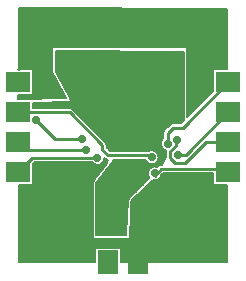
<source format=gbl>
G04 DipTrace 2.4.0.2*
%INSocialLight.gbl*%
%MOIN*%
%ADD13C,0.01*%
%ADD14C,0.006*%
%ADD27R,0.08X0.0669*%
%ADD28R,0.0669X0.08*%
%ADD33C,0.028*%
%ADD34C,0.028*%
%FSLAX44Y44*%
G04*
G70*
G90*
G75*
G01*
%LNBottom*%
%LPD*%
X8493Y6900D2*
D13*
Y6826D1*
X8717Y7050D1*
X10824D1*
X10937Y6937D1*
X7375Y6131D2*
Y6432D1*
X7957Y7013D1*
X7138Y8001D2*
Y8302D1*
X7139Y8303D1*
X7375Y6131D2*
X7176D1*
X6742Y5697D1*
Y5184D1*
X6762Y5163D1*
X6586Y7415D2*
X4415D1*
X3937Y6937D1*
X9251Y8009D2*
X9213D1*
Y7819D1*
X9025Y7631D1*
Y7413D1*
X9179Y7259D1*
X9519D1*
X10197Y7937D1*
X10937D1*
X9282Y7530D2*
X9530D1*
X10937Y8937D1*
X8926Y7896D2*
Y8243D1*
X9109Y8426D1*
X9426D1*
X10937Y9937D1*
X6225Y7670D2*
X4204D1*
X3937Y7937D1*
X4425Y6032D2*
X5598D1*
X6622Y7056D1*
X7839Y5828D2*
Y4519D1*
X6402D1*
Y6836D1*
X6622Y7056D1*
X10150Y4616D2*
Y5554D1*
Y6604D1*
X10331Y6785D1*
X10216Y9687D2*
Y10610D1*
X9663Y11162D1*
X9168Y11658D1*
X7432D1*
X5632D1*
X4331D1*
X4324Y11665D1*
Y10632D1*
X4871Y10084D1*
X5107Y9848D1*
X5632Y11673D2*
Y11658D1*
X7432Y11673D2*
Y11658D1*
X9662Y11161D2*
X9663Y11162D1*
X10148Y5554D2*
X10150D1*
X4425Y6032D2*
Y5402D1*
X4361Y5339D1*
Y4565D1*
X4291Y4495D1*
X10150Y4616D2*
X9684D1*
X9347Y4278D1*
X8880D1*
X8852Y4306D1*
X8112D1*
X7853Y4565D1*
X6070Y8046D2*
X5185D1*
X4558Y8674D1*
X3937Y8937D2*
X5666D1*
X6750Y7853D1*
Y7694D1*
X6941Y7503D1*
X8334D1*
X8399Y7438D1*
D34*
X6225Y7670D3*
X6586Y7415D3*
X7957Y7013D3*
X8493Y6900D3*
X8399Y7438D3*
X9282Y7530D3*
X8926Y7896D3*
X9251Y8009D3*
X6070Y8046D3*
X4558Y8674D3*
X6622Y7056D3*
X4425Y6032D3*
X7839Y5828D3*
X7375Y6131D3*
X5107Y9848D3*
X10216Y9687D3*
X10331Y6785D3*
X10150Y4616D3*
X4324Y11665D3*
X9168Y11658D3*
X4361Y5339D3*
X4291Y4495D3*
X4681Y9704D3*
X5632Y11673D3*
X7432D3*
X9662Y11161D3*
X10148Y5554D3*
X9347Y4278D3*
X8852Y4306D3*
X7853Y4565D3*
X6742Y5697D3*
X6762Y5163D3*
X4876Y10090D3*
X5128Y9543D3*
X4185Y5712D3*
X4197Y4934D3*
X10304Y4258D3*
X9827Y4235D3*
X10711Y4242D3*
X3973Y12361D2*
D14*
X10893D1*
X3972Y12303D2*
X10893D1*
X3972Y12244D2*
X10893D1*
X3972Y12186D2*
X10893D1*
X3971Y12127D2*
X10893D1*
X3971Y12068D2*
X10894D1*
X3971Y12010D2*
X10894D1*
X3971Y11951D2*
X10894D1*
X3970Y11893D2*
X10895D1*
X3970Y11834D2*
X10895D1*
X3970Y11776D2*
X10895D1*
X3970Y11717D2*
X10896D1*
X3969Y11659D2*
X10896D1*
X3969Y11600D2*
X10896D1*
X3969Y11542D2*
X10897D1*
X3969Y11483D2*
X10897D1*
X3968Y11425D2*
X10897D1*
X3968Y11366D2*
X10898D1*
X3968Y11308D2*
X10898D1*
X3968Y11249D2*
X10898D1*
X3967Y11190D2*
X10899D1*
X3967Y11132D2*
X10899D1*
X3967Y11073D2*
X5060D1*
X9592D2*
X10899D1*
X3967Y11015D2*
X5060D1*
X9592D2*
X10900D1*
X3967Y10956D2*
X5060D1*
X9592D2*
X10900D1*
X3967Y10898D2*
X5059D1*
X9592D2*
X10900D1*
X3967Y10839D2*
X5059D1*
X9592D2*
X10901D1*
X3967Y10781D2*
X5058D1*
X9592D2*
X10901D1*
X3966Y10722D2*
X5058D1*
X9593D2*
X10901D1*
X3966Y10664D2*
X5058D1*
X9593D2*
X10902D1*
X3966Y10605D2*
X5057D1*
X9593D2*
X10902D1*
X3966Y10547D2*
X5057D1*
X9593D2*
X10902D1*
X3965Y10488D2*
X5057D1*
X9593D2*
X10902D1*
X3965Y10430D2*
X5056D1*
X9593D2*
X10903D1*
X3965Y10371D2*
X5056D1*
X9593D2*
X10903D1*
X4435Y10313D2*
X5055D1*
X9593D2*
X10439D1*
X4435Y10254D2*
X5078D1*
X9593D2*
X10439D1*
X4435Y10195D2*
X5110D1*
X9593D2*
X10439D1*
X4435Y10137D2*
X5141D1*
X9593D2*
X10439D1*
X4435Y10078D2*
X5173D1*
X9594D2*
X10439D1*
X4435Y10020D2*
X5204D1*
X9594D2*
X10439D1*
X4435Y9961D2*
X5236D1*
X9594D2*
X10439D1*
X4435Y9903D2*
X5266D1*
X9594D2*
X10439D1*
X4435Y9844D2*
X5298D1*
X9594D2*
X10439D1*
X4435Y9786D2*
X5330D1*
X9594D2*
X10439D1*
X4435Y9727D2*
X5361D1*
X9594D2*
X10439D1*
X4435Y9669D2*
X5393D1*
X9594D2*
X10439D1*
X4435Y9610D2*
X5424D1*
X9594D2*
X10404D1*
X4435Y9552D2*
X5455D1*
X9594D2*
X10345D1*
X3961Y9493D2*
X5486D1*
X9594D2*
X10286D1*
X3961Y9435D2*
X5518D1*
X9595D2*
X10228D1*
X9595Y9376D2*
X10169D1*
X9595Y9318D2*
X10111D1*
X9595Y9259D2*
X10052D1*
X9595Y9200D2*
X9993D1*
X9595Y9142D2*
X9935D1*
X9595Y9083D2*
X9876D1*
X9595Y9025D2*
X9818D1*
X9595Y8966D2*
X9759D1*
X9595Y8908D2*
X9700D1*
X9595Y8849D2*
X9642D1*
X3958Y10364D2*
X4429D1*
Y9510D1*
X3955D1*
Y9397D1*
X5527Y9427D1*
X5065Y10292D1*
X5061Y10305D1*
X5066Y11080D1*
X5081Y11105D1*
X5096Y11109D1*
X9556D1*
X9581Y11094D1*
X9586Y11079D1*
X9589Y8791D1*
X10256Y9458D1*
X10445Y9646D1*
Y10364D1*
X10909D1*
X10904Y11309D1*
X10898Y12395D1*
X3967Y12420D1*
X3959Y10363D1*
X6818Y7364D2*
X6904D1*
X6796Y7305D2*
X6902D1*
X4454Y7247D2*
X6420D1*
X6751D2*
X6882D1*
X4435Y7188D2*
X6531D1*
X6640D2*
X6862D1*
X4435Y7130D2*
X6818D1*
X4435Y7071D2*
X6773D1*
X4435Y7013D2*
X6729D1*
X4435Y6954D2*
X6684D1*
X4435Y6896D2*
X6640D1*
X8770D2*
X10439D1*
X4435Y6837D2*
X6595D1*
X8722D2*
X10439D1*
X4435Y6779D2*
X6551D1*
X8697D2*
X10439D1*
X4435Y6720D2*
X6507D1*
X8646D2*
X10439D1*
X4435Y6662D2*
X6463D1*
X8430D2*
X10439D1*
X4435Y6603D2*
X6431D1*
X8366D2*
X10439D1*
X4435Y6545D2*
X6429D1*
X8303D2*
X10439D1*
X3971Y6486D2*
X6427D1*
X8241D2*
X10899D1*
X3972Y6428D2*
X6426D1*
X8182D2*
X10899D1*
X3974Y6369D2*
X6425D1*
X8124D2*
X10899D1*
X3976Y6310D2*
X6424D1*
X8065D2*
X10900D1*
X3977Y6252D2*
X6422D1*
X8006D2*
X10900D1*
X3979Y6193D2*
X6421D1*
X7948D2*
X10900D1*
X3981Y6135D2*
X6421D1*
X7889D2*
X10900D1*
X3982Y6076D2*
X6420D1*
X7831D2*
X10901D1*
X3982Y6018D2*
X6418D1*
X7772D2*
X10901D1*
X3982Y5959D2*
X6417D1*
X7730D2*
X10901D1*
X3982Y5901D2*
X6416D1*
X7727D2*
X10901D1*
X3982Y5842D2*
X6415D1*
X7724D2*
X10902D1*
X3982Y5784D2*
X6413D1*
X7720D2*
X10902D1*
X3982Y5725D2*
X6412D1*
X7717D2*
X10902D1*
X3982Y5667D2*
X6411D1*
X7713D2*
X10902D1*
X3982Y5608D2*
X6410D1*
X7710D2*
X10903D1*
X3982Y5550D2*
X6408D1*
X7706D2*
X10903D1*
X3982Y5491D2*
X6407D1*
X7704D2*
X10903D1*
X3982Y5433D2*
X6406D1*
X7702D2*
X10903D1*
X3982Y5374D2*
X6406D1*
X7700D2*
X10904D1*
X3982Y5315D2*
X6404D1*
X7698D2*
X10904D1*
X3982Y5257D2*
X6403D1*
X7697D2*
X10904D1*
X3983Y5198D2*
X6402D1*
X7694D2*
X10904D1*
X3983Y5140D2*
X6401D1*
X7692D2*
X10905D1*
X3983Y5081D2*
X6399D1*
X7690D2*
X10905D1*
X3983Y5023D2*
X6398D1*
X7688D2*
X10905D1*
X3983Y4964D2*
X6397D1*
X7686D2*
X10905D1*
X3983Y4906D2*
X6396D1*
X7684D2*
X10906D1*
X3983Y4847D2*
X6394D1*
X7682D2*
X10906D1*
X3983Y4789D2*
X6395D1*
X7680D2*
X10906D1*
X3983Y4730D2*
X6430D1*
X7675D2*
X10906D1*
X3983Y4672D2*
X10907D1*
X3983Y4613D2*
X10907D1*
X3983Y4555D2*
X10907D1*
X3983Y4496D2*
X10907D1*
X3983Y4438D2*
X10907D1*
X3983Y4379D2*
X6505D1*
X7370D2*
X10908D1*
X3983Y4321D2*
X6505D1*
X7370D2*
X10908D1*
X3984Y4262D2*
X6505D1*
X7370D2*
X10908D1*
X3984Y4203D2*
X6505D1*
X7370D2*
X10908D1*
X3984Y4145D2*
X6505D1*
X7370D2*
X10909D1*
X3984Y4086D2*
X6505D1*
X7370D2*
X10909D1*
X3984Y4028D2*
X6505D1*
X7370D2*
X10909D1*
X3984Y3969D2*
X6505D1*
X7370D2*
X10909D1*
X4429Y7228D2*
Y6510D1*
X3965D1*
X3971Y6263D1*
X3976Y6119D1*
X3978Y3955D1*
X6511D1*
X6510Y4429D1*
X7364D1*
Y3955D1*
X7628D1*
X10915Y3954D1*
X10905Y6510D1*
X10445D1*
Y6907D1*
X8775D1*
X8720Y6852D1*
X8708Y6812D1*
X8695Y6785D1*
X8678Y6760D1*
X8659Y6737D1*
X8637Y6717D1*
X8612Y6700D1*
X8586Y6687D1*
X8558Y6677D1*
X8528Y6670D1*
X8499Y6667D1*
X8469Y6669D1*
X8438Y6674D1*
X8242Y6494D1*
X7725Y5977D1*
X7700Y5543D1*
X7673Y4751D1*
X7657Y4727D1*
X7643Y4723D1*
X7118Y4721D1*
X6494Y4711D1*
X6464Y4715D1*
X6437Y4728D1*
X6417Y4750D1*
X6404Y4776D1*
X6400Y4805D1*
X6419Y5812D1*
X6420Y5822D1*
X6435Y6589D1*
X6441Y6618D1*
X6454Y6643D1*
X6871Y7192D1*
X6926Y7361D1*
X6889Y7370D1*
X6863Y7384D1*
X6820Y7423D1*
X6818Y7425D1*
X6816Y7386D1*
X6810Y7356D1*
X6801Y7328D1*
X6788Y7301D1*
X6771Y7276D1*
X6752Y7253D1*
X6730Y7233D1*
X6705Y7216D1*
X6679Y7203D1*
X6650Y7192D1*
X6621Y7186D1*
X6591Y7183D1*
X6562Y7184D1*
X6532Y7189D1*
X6503Y7198D1*
X6476Y7210D1*
X6451Y7226D1*
X6428Y7245D1*
X6402Y7274D1*
X4910Y7273D1*
X4474D1*
X4429Y7228D1*
X5208Y10916D2*
X9453D1*
X5209Y10858D2*
X9454D1*
X5209Y10799D2*
X9454D1*
X5210Y10741D2*
X9454D1*
X5210Y10682D2*
X9454D1*
X5211Y10624D2*
X9454D1*
X5211Y10565D2*
X9454D1*
X5211Y10507D2*
X9454D1*
X5212Y10448D2*
X9454D1*
X5212Y10390D2*
X9454D1*
X5213Y10331D2*
X9454D1*
X5225Y10272D2*
X9455D1*
X5257Y10214D2*
X9455D1*
X5289Y10155D2*
X9455D1*
X5322Y10097D2*
X9455D1*
X5354Y10038D2*
X9455D1*
X5386Y9980D2*
X9455D1*
X5418Y9921D2*
X9455D1*
X5450Y9863D2*
X9455D1*
X5483Y9804D2*
X9455D1*
X5514Y9746D2*
X9455D1*
X5547Y9687D2*
X9456D1*
X5579Y9629D2*
X9456D1*
X5611Y9570D2*
X9456D1*
X5643Y9512D2*
X9456D1*
X5666Y9453D2*
X9456D1*
X5683Y9395D2*
X9456D1*
X5699Y9336D2*
X9456D1*
X5310Y9277D2*
X9456D1*
X4435Y9219D2*
X9456D1*
X4435Y9160D2*
X9456D1*
X4435Y9102D2*
X9457D1*
X5767Y9043D2*
X9457D1*
X5826Y8985D2*
X9457D1*
X5884Y8926D2*
X9457D1*
X5943Y8868D2*
X9457D1*
X6002Y8809D2*
X9457D1*
X6060Y8751D2*
X9457D1*
X6118Y8692D2*
X9457D1*
X6176Y8634D2*
X9427D1*
X6235Y8575D2*
X9368D1*
X6293Y8517D2*
X8993D1*
X6352Y8458D2*
X8934D1*
X6411Y8400D2*
X8876D1*
X6469Y8341D2*
X8817D1*
X6528Y8283D2*
X8783D1*
X6586Y8224D2*
X8778D1*
X6645Y8165D2*
X8778D1*
X6704Y8107D2*
X8778D1*
X6762Y8048D2*
X8745D1*
X6821Y7990D2*
X8708D1*
X6875Y7931D2*
X8691D1*
X6897Y7873D2*
X8689D1*
X6898Y7814D2*
X8703D1*
X6910Y7756D2*
X8735D1*
X6967Y7697D2*
X8800D1*
X8521Y7639D2*
X8877D1*
X8589Y7580D2*
X8877D1*
X8621Y7522D2*
X8877D1*
X8635Y7463D2*
X8874D1*
X8635Y7405D2*
X8845D1*
X7147Y7346D2*
X8179D1*
X8619D2*
X8815D1*
X7103Y7288D2*
X8216D1*
X8582D2*
X8786D1*
X7058Y7229D2*
X8292D1*
X8507D2*
X8756D1*
X7014Y7170D2*
X8636D1*
X6969Y7112D2*
X8393D1*
X6925Y7053D2*
X8313D1*
X6880Y6995D2*
X8275D1*
X6836Y6936D2*
X8258D1*
X6792Y6878D2*
X8256D1*
X6748Y6819D2*
X8269D1*
X6703Y6761D2*
X8301D1*
X6659Y6702D2*
X8272D1*
X6614Y6644D2*
X8214D1*
X6570Y6585D2*
X8155D1*
X6563Y6527D2*
X8096D1*
X6561Y6468D2*
X8038D1*
X6560Y6410D2*
X7979D1*
X6559Y6351D2*
X7921D1*
X6558Y6293D2*
X7862D1*
X6556Y6234D2*
X7803D1*
X6555Y6176D2*
X7745D1*
X6554Y6117D2*
X7687D1*
X6553Y6058D2*
X7629D1*
X6551Y6000D2*
X7599D1*
X6550Y5941D2*
X7595D1*
X6549Y5883D2*
X7592D1*
X6549Y5824D2*
X7588D1*
X6549Y5766D2*
X7585D1*
X6549Y5707D2*
X7582D1*
X6549Y5649D2*
X7578D1*
X6549Y5590D2*
X7574D1*
X6549Y5532D2*
X7571D1*
X6549Y5473D2*
X7568D1*
X6549Y5415D2*
X7564D1*
X6549Y5356D2*
X7560D1*
X6549Y5298D2*
X7558D1*
X6549Y5239D2*
X7554D1*
X6549Y5181D2*
X7550D1*
X6549Y5122D2*
X7546D1*
X6549Y5063D2*
X7544D1*
X6549Y5005D2*
X7540D1*
X6549Y4946D2*
X7536D1*
X6549Y4888D2*
X7533D1*
X4429Y9256D2*
Y9079D1*
X4954D1*
X5666D1*
X5696Y9076D1*
X5724Y9067D1*
X5745Y9055D1*
X5788Y9016D1*
X6851Y7954D1*
X6870Y7930D1*
X6883Y7904D1*
X6890Y7881D1*
X6893Y7823D1*
Y7768D1*
X7013Y7644D1*
X7271Y7645D1*
X8295Y7646D1*
X8323Y7657D1*
X8352Y7665D1*
X8381Y7669D1*
X8411Y7670D1*
X8441Y7666D1*
X8470Y7659D1*
X8498Y7648D1*
X8524Y7634D1*
X8548Y7616D1*
X8570Y7595D1*
X8589Y7572D1*
X8604Y7547D1*
X8617Y7519D1*
X8625Y7491D1*
X8630Y7461D1*
X8631Y7438D1*
X8629Y7408D1*
X8624Y7378D1*
X8614Y7350D1*
X8601Y7323D1*
X8585Y7298D1*
X8565Y7275D1*
X8543Y7255D1*
X8519Y7238D1*
X8492Y7225D1*
X8464Y7215D1*
X8435Y7208D1*
X8405Y7205D1*
X8375Y7207D1*
X8346Y7212D1*
X8317Y7220D1*
X8290Y7233D1*
X8264Y7248D1*
X8241Y7267D1*
X8221Y7289D1*
X8203Y7313D1*
X8189Y7339D1*
X8180Y7361D1*
X7945Y7360D1*
X7151D1*
X6709Y6776D1*
X6557Y6577D1*
X6544Y5849D1*
Y4834D1*
X7509Y4850D1*
X7538D1*
X7540Y4912D1*
X7606Y6020D1*
X7615Y6039D1*
X8320Y6744D1*
X8297Y6775D1*
X8282Y6801D1*
X8271Y6829D1*
X8264Y6858D1*
X8261Y6888D1*
Y6918D1*
X8265Y6947D1*
X8273Y6976D1*
X8285Y7004D1*
X8300Y7030D1*
X8318Y7053D1*
X8340Y7074D1*
X8363Y7093D1*
X8389Y7108D1*
X8417Y7119D1*
X8445Y7127D1*
X8475Y7131D1*
X8505Y7132D1*
X8535Y7128D1*
X8580Y7114D1*
X8616Y7150D1*
X8639Y7169D1*
X8666Y7183D1*
X8689Y7189D1*
X8744Y7192D1*
X8882Y7467D1*
X8883Y7631D1*
X8885Y7656D1*
X8873Y7670D1*
X8844Y7679D1*
X8817Y7691D1*
X8791Y7707D1*
X8768Y7726D1*
X8748Y7747D1*
X8730Y7772D1*
X8716Y7798D1*
X8705Y7826D1*
X8697Y7855D1*
X8694Y7884D1*
Y7914D1*
X8699Y7944D1*
X8707Y7973D1*
X8718Y8000D1*
X8733Y8026D1*
X8752Y8050D1*
X8784Y8079D1*
Y8243D1*
X8787Y8273D1*
X8796Y8301D1*
X8808Y8322D1*
X8847Y8365D1*
X9009Y8527D1*
X9032Y8546D1*
X9058Y8559D1*
X9081Y8566D1*
X9139Y8568D1*
X9368Y8569D1*
X9462Y8664D1*
Y9244D1*
X9459Y10962D1*
X5202Y10975D1*
X5205Y10616D1*
X5208Y10294D1*
X5650Y9488D1*
X5696Y9324D1*
X5689Y9296D1*
X5695Y9304D1*
X5672Y9287D1*
X4430Y9256D1*
D27*
X3937Y8937D3*
Y9937D3*
X10937D3*
Y8937D3*
X3937Y7937D3*
Y6937D3*
X10937Y7937D3*
Y6937D3*
D28*
X7937Y3937D3*
X6937D3*
D33*
X7739Y8303D3*
X7439D3*
X7139D3*
X8039D3*
X7738Y8602D3*
X7438D3*
X7138D3*
X8038D3*
X7738Y8001D3*
X7438D3*
X7138D3*
X8038D3*
X7738Y8903D3*
X7438D3*
X7138D3*
X8038D3*
M02*

</source>
